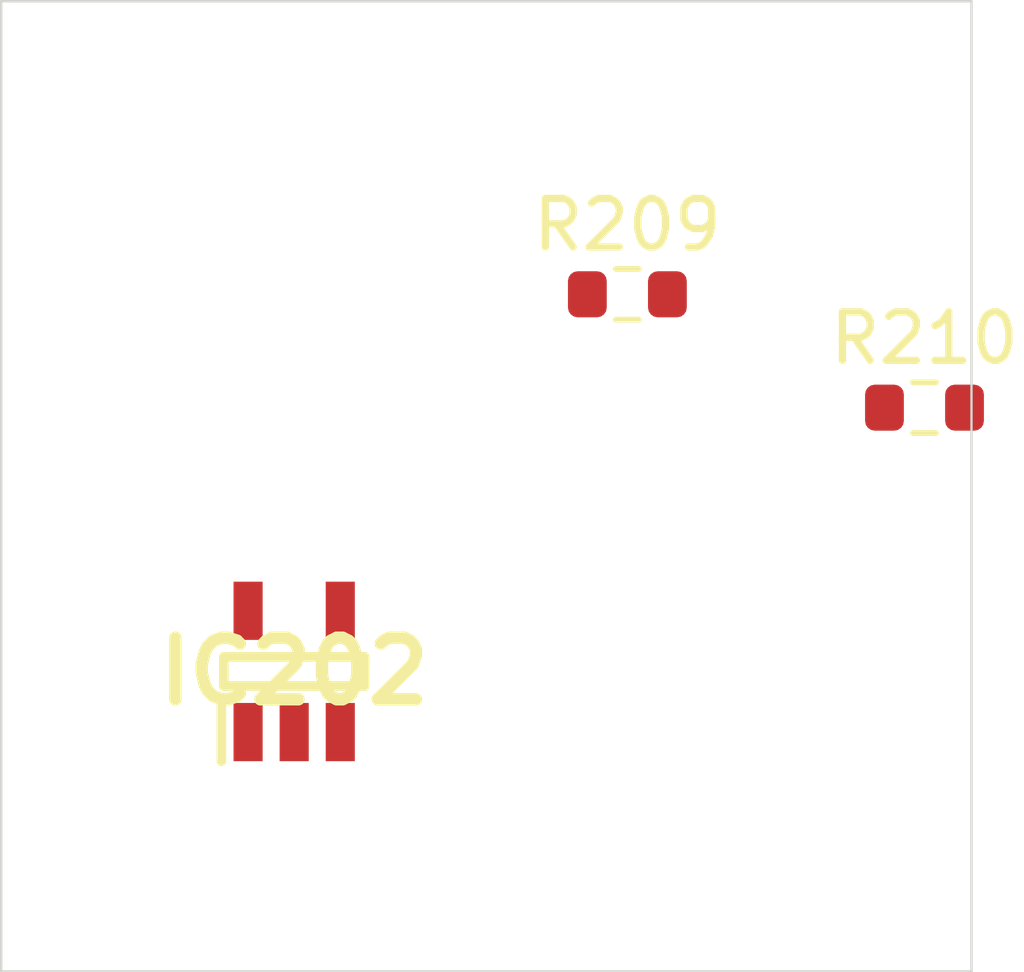
<source format=kicad_pcb>
 ( kicad_pcb  ( version 20171130 )
 ( host pcbnew 5.1.12-84ad8e8a86~92~ubuntu18.04.1 )
 ( general  ( thickness 1.6 )
 ( drawings 4 )
 ( tracks 0 )
 ( zones 0 )
 ( modules 3 )
 ( nets 5 )
)
 ( page A4 )
 ( layers  ( 0 F.Cu signal )
 ( 31 B.Cu signal )
 ( 32 B.Adhes user )
 ( 33 F.Adhes user )
 ( 34 B.Paste user )
 ( 35 F.Paste user )
 ( 36 B.SilkS user )
 ( 37 F.SilkS user )
 ( 38 B.Mask user )
 ( 39 F.Mask user )
 ( 40 Dwgs.User user )
 ( 41 Cmts.User user )
 ( 42 Eco1.User user )
 ( 43 Eco2.User user )
 ( 44 Edge.Cuts user )
 ( 45 Margin user )
 ( 46 B.CrtYd user )
 ( 47 F.CrtYd user )
 ( 48 B.Fab user )
 ( 49 F.Fab user )
)
 ( setup  ( last_trace_width 0.25 )
 ( trace_clearance 0.2 )
 ( zone_clearance 0.508 )
 ( zone_45_only no )
 ( trace_min 0.2 )
 ( via_size 0.8 )
 ( via_drill 0.4 )
 ( via_min_size 0.4 )
 ( via_min_drill 0.3 )
 ( uvia_size 0.3 )
 ( uvia_drill 0.1 )
 ( uvias_allowed no )
 ( uvia_min_size 0.2 )
 ( uvia_min_drill 0.1 )
 ( edge_width 0.05 )
 ( segment_width 0.2 )
 ( pcb_text_width 0.3 )
 ( pcb_text_size 1.5 1.5 )
 ( mod_edge_width 0.12 )
 ( mod_text_size 1 1 )
 ( mod_text_width 0.15 )
 ( pad_size 1.524 1.524 )
 ( pad_drill 0.762 )
 ( pad_to_mask_clearance 0 )
 ( aux_axis_origin 0 0 )
 ( visible_elements FFFFFF7F )
 ( pcbplotparams  ( layerselection 0x010fc_ffffffff )
 ( usegerberextensions false )
 ( usegerberattributes true )
 ( usegerberadvancedattributes true )
 ( creategerberjobfile true )
 ( excludeedgelayer true )
 ( linewidth 0.100000 )
 ( plotframeref false )
 ( viasonmask false )
 ( mode 1 )
 ( useauxorigin false )
 ( hpglpennumber 1 )
 ( hpglpenspeed 20 )
 ( hpglpendiameter 15.000000 )
 ( psnegative false )
 ( psa4output false )
 ( plotreference true )
 ( plotvalue true )
 ( plotinvisibletext false )
 ( padsonsilk false )
 ( subtractmaskfromsilk false )
 ( outputformat 1 )
 ( mirror false )
 ( drillshape 1 )
 ( scaleselection 1 )
 ( outputdirectory "" )
)
)
 ( net 0 "" )
 ( net 1 GND )
 ( net 2 VDDA )
 ( net 3 /Sheet6235D886/vp )
 ( net 4 "Net-(IC202-Pad3)" )
 ( net_class Default "This is the default net class."  ( clearance 0.2 )
 ( trace_width 0.25 )
 ( via_dia 0.8 )
 ( via_drill 0.4 )
 ( uvia_dia 0.3 )
 ( uvia_drill 0.1 )
 ( add_net /Sheet6235D886/vp )
 ( add_net GND )
 ( add_net "Net-(IC202-Pad3)" )
 ( add_net VDDA )
)
 ( module SOT95P280X145-5N locked  ( layer F.Cu )
 ( tedit 62336ED7 )
 ( tstamp 623423ED )
 ( at 86.038900 113.815000 90.000000 )
 ( descr DBV0005A )
 ( tags "Integrated Circuit" )
 ( path /6235D887/6266C08E )
 ( attr smd )
 ( fp_text reference IC202  ( at 0 0 )
 ( layer F.SilkS )
 ( effects  ( font  ( size 1.27 1.27 )
 ( thickness 0.254 )
)
)
)
 ( fp_text value TL071HIDBVR  ( at 0 0 )
 ( layer F.SilkS )
hide  ( effects  ( font  ( size 1.27 1.27 )
 ( thickness 0.254 )
)
)
)
 ( fp_line  ( start -1.85 -1.5 )
 ( end -0.65 -1.5 )
 ( layer F.SilkS )
 ( width 0.2 )
)
 ( fp_line  ( start -0.3 1.45 )
 ( end -0.3 -1.45 )
 ( layer F.SilkS )
 ( width 0.2 )
)
 ( fp_line  ( start 0.3 1.45 )
 ( end -0.3 1.45 )
 ( layer F.SilkS )
 ( width 0.2 )
)
 ( fp_line  ( start 0.3 -1.45 )
 ( end 0.3 1.45 )
 ( layer F.SilkS )
 ( width 0.2 )
)
 ( fp_line  ( start -0.3 -1.45 )
 ( end 0.3 -1.45 )
 ( layer F.SilkS )
 ( width 0.2 )
)
 ( fp_line  ( start -0.8 -0.5 )
 ( end 0.15 -1.45 )
 ( layer Dwgs.User )
 ( width 0.1 )
)
 ( fp_line  ( start -0.8 1.45 )
 ( end -0.8 -1.45 )
 ( layer Dwgs.User )
 ( width 0.1 )
)
 ( fp_line  ( start 0.8 1.45 )
 ( end -0.8 1.45 )
 ( layer Dwgs.User )
 ( width 0.1 )
)
 ( fp_line  ( start 0.8 -1.45 )
 ( end 0.8 1.45 )
 ( layer Dwgs.User )
 ( width 0.1 )
)
 ( fp_line  ( start -0.8 -1.45 )
 ( end 0.8 -1.45 )
 ( layer Dwgs.User )
 ( width 0.1 )
)
 ( fp_line  ( start -2.1 1.775 )
 ( end -2.1 -1.775 )
 ( layer Dwgs.User )
 ( width 0.05 )
)
 ( fp_line  ( start 2.1 1.775 )
 ( end -2.1 1.775 )
 ( layer Dwgs.User )
 ( width 0.05 )
)
 ( fp_line  ( start 2.1 -1.775 )
 ( end 2.1 1.775 )
 ( layer Dwgs.User )
 ( width 0.05 )
)
 ( fp_line  ( start -2.1 -1.775 )
 ( end 2.1 -1.775 )
 ( layer Dwgs.User )
 ( width 0.05 )
)
 ( pad 1 smd rect  ( at -1.25 -0.95 180.000000 )
 ( size 0.6 1.2 )
 ( layers F.Cu F.Mask F.Paste )
 ( net 3 /Sheet6235D886/vp )
)
 ( pad 2 smd rect  ( at -1.25 0 180.000000 )
 ( size 0.6 1.2 )
 ( layers F.Cu F.Mask F.Paste )
 ( net 1 GND )
)
 ( pad 3 smd rect  ( at -1.25 0.95 180.000000 )
 ( size 0.6 1.2 )
 ( layers F.Cu F.Mask F.Paste )
 ( net 4 "Net-(IC202-Pad3)" )
)
 ( pad 4 smd rect  ( at 1.25 0.95 180.000000 )
 ( size 0.6 1.2 )
 ( layers F.Cu F.Mask F.Paste )
 ( net 3 /Sheet6235D886/vp )
)
 ( pad 5 smd rect  ( at 1.25 -0.95 180.000000 )
 ( size 0.6 1.2 )
 ( layers F.Cu F.Mask F.Paste )
 ( net 2 VDDA )
)
)
 ( module Resistor_SMD:R_0603_1608Metric  ( layer F.Cu )
 ( tedit 5F68FEEE )
 ( tstamp 62342595 )
 ( at 92.907000 106.041000 )
 ( descr "Resistor SMD 0603 (1608 Metric), square (rectangular) end terminal, IPC_7351 nominal, (Body size source: IPC-SM-782 page 72, https://www.pcb-3d.com/wordpress/wp-content/uploads/ipc-sm-782a_amendment_1_and_2.pdf), generated with kicad-footprint-generator" )
 ( tags resistor )
 ( path /6235D887/623CDBD9 )
 ( attr smd )
 ( fp_text reference R209  ( at 0 -1.43 )
 ( layer F.SilkS )
 ( effects  ( font  ( size 1 1 )
 ( thickness 0.15 )
)
)
)
 ( fp_text value 100k  ( at 0 1.43 )
 ( layer F.Fab )
 ( effects  ( font  ( size 1 1 )
 ( thickness 0.15 )
)
)
)
 ( fp_line  ( start -0.8 0.4125 )
 ( end -0.8 -0.4125 )
 ( layer F.Fab )
 ( width 0.1 )
)
 ( fp_line  ( start -0.8 -0.4125 )
 ( end 0.8 -0.4125 )
 ( layer F.Fab )
 ( width 0.1 )
)
 ( fp_line  ( start 0.8 -0.4125 )
 ( end 0.8 0.4125 )
 ( layer F.Fab )
 ( width 0.1 )
)
 ( fp_line  ( start 0.8 0.4125 )
 ( end -0.8 0.4125 )
 ( layer F.Fab )
 ( width 0.1 )
)
 ( fp_line  ( start -0.237258 -0.5225 )
 ( end 0.237258 -0.5225 )
 ( layer F.SilkS )
 ( width 0.12 )
)
 ( fp_line  ( start -0.237258 0.5225 )
 ( end 0.237258 0.5225 )
 ( layer F.SilkS )
 ( width 0.12 )
)
 ( fp_line  ( start -1.48 0.73 )
 ( end -1.48 -0.73 )
 ( layer F.CrtYd )
 ( width 0.05 )
)
 ( fp_line  ( start -1.48 -0.73 )
 ( end 1.48 -0.73 )
 ( layer F.CrtYd )
 ( width 0.05 )
)
 ( fp_line  ( start 1.48 -0.73 )
 ( end 1.48 0.73 )
 ( layer F.CrtYd )
 ( width 0.05 )
)
 ( fp_line  ( start 1.48 0.73 )
 ( end -1.48 0.73 )
 ( layer F.CrtYd )
 ( width 0.05 )
)
 ( fp_text user %R  ( at 0 0 )
 ( layer F.Fab )
 ( effects  ( font  ( size 0.4 0.4 )
 ( thickness 0.06 )
)
)
)
 ( pad 1 smd roundrect  ( at -0.825 0 )
 ( size 0.8 0.95 )
 ( layers F.Cu F.Mask F.Paste )
 ( roundrect_rratio 0.25 )
 ( net 2 VDDA )
)
 ( pad 2 smd roundrect  ( at 0.825 0 )
 ( size 0.8 0.95 )
 ( layers F.Cu F.Mask F.Paste )
 ( roundrect_rratio 0.25 )
 ( net 4 "Net-(IC202-Pad3)" )
)
 ( model ${KISYS3DMOD}/Resistor_SMD.3dshapes/R_0603_1608Metric.wrl  ( at  ( xyz 0 0 0 )
)
 ( scale  ( xyz 1 1 1 )
)
 ( rotate  ( xyz 0 0 0 )
)
)
)
 ( module Resistor_SMD:R_0603_1608Metric  ( layer F.Cu )
 ( tedit 5F68FEEE )
 ( tstamp 623425A6 )
 ( at 99.031300 108.378000 )
 ( descr "Resistor SMD 0603 (1608 Metric), square (rectangular) end terminal, IPC_7351 nominal, (Body size source: IPC-SM-782 page 72, https://www.pcb-3d.com/wordpress/wp-content/uploads/ipc-sm-782a_amendment_1_and_2.pdf), generated with kicad-footprint-generator" )
 ( tags resistor )
 ( path /6235D887/623CDBDF )
 ( attr smd )
 ( fp_text reference R210  ( at 0 -1.43 )
 ( layer F.SilkS )
 ( effects  ( font  ( size 1 1 )
 ( thickness 0.15 )
)
)
)
 ( fp_text value 100k  ( at 0 1.43 )
 ( layer F.Fab )
 ( effects  ( font  ( size 1 1 )
 ( thickness 0.15 )
)
)
)
 ( fp_line  ( start 1.48 0.73 )
 ( end -1.48 0.73 )
 ( layer F.CrtYd )
 ( width 0.05 )
)
 ( fp_line  ( start 1.48 -0.73 )
 ( end 1.48 0.73 )
 ( layer F.CrtYd )
 ( width 0.05 )
)
 ( fp_line  ( start -1.48 -0.73 )
 ( end 1.48 -0.73 )
 ( layer F.CrtYd )
 ( width 0.05 )
)
 ( fp_line  ( start -1.48 0.73 )
 ( end -1.48 -0.73 )
 ( layer F.CrtYd )
 ( width 0.05 )
)
 ( fp_line  ( start -0.237258 0.5225 )
 ( end 0.237258 0.5225 )
 ( layer F.SilkS )
 ( width 0.12 )
)
 ( fp_line  ( start -0.237258 -0.5225 )
 ( end 0.237258 -0.5225 )
 ( layer F.SilkS )
 ( width 0.12 )
)
 ( fp_line  ( start 0.8 0.4125 )
 ( end -0.8 0.4125 )
 ( layer F.Fab )
 ( width 0.1 )
)
 ( fp_line  ( start 0.8 -0.4125 )
 ( end 0.8 0.4125 )
 ( layer F.Fab )
 ( width 0.1 )
)
 ( fp_line  ( start -0.8 -0.4125 )
 ( end 0.8 -0.4125 )
 ( layer F.Fab )
 ( width 0.1 )
)
 ( fp_line  ( start -0.8 0.4125 )
 ( end -0.8 -0.4125 )
 ( layer F.Fab )
 ( width 0.1 )
)
 ( fp_text user %R  ( at 0 0 )
 ( layer F.Fab )
 ( effects  ( font  ( size 0.4 0.4 )
 ( thickness 0.06 )
)
)
)
 ( pad 2 smd roundrect  ( at 0.825 0 )
 ( size 0.8 0.95 )
 ( layers F.Cu F.Mask F.Paste )
 ( roundrect_rratio 0.25 )
 ( net 1 GND )
)
 ( pad 1 smd roundrect  ( at -0.825 0 )
 ( size 0.8 0.95 )
 ( layers F.Cu F.Mask F.Paste )
 ( roundrect_rratio 0.25 )
 ( net 4 "Net-(IC202-Pad3)" )
)
 ( model ${KISYS3DMOD}/Resistor_SMD.3dshapes/R_0603_1608Metric.wrl  ( at  ( xyz 0 0 0 )
)
 ( scale  ( xyz 1 1 1 )
)
 ( rotate  ( xyz 0 0 0 )
)
)
)
 ( gr_line  ( start 100 100 )
 ( end 100 120 )
 ( layer Edge.Cuts )
 ( width 0.05 )
 ( tstamp 62E770C4 )
)
 ( gr_line  ( start 80 120 )
 ( end 100 120 )
 ( layer Edge.Cuts )
 ( width 0.05 )
 ( tstamp 62E770C0 )
)
 ( gr_line  ( start 80 100 )
 ( end 100 100 )
 ( layer Edge.Cuts )
 ( width 0.05 )
 ( tstamp 6234110C )
)
 ( gr_line  ( start 80 100 )
 ( end 80 120 )
 ( layer Edge.Cuts )
 ( width 0.05 )
)
)

</source>
